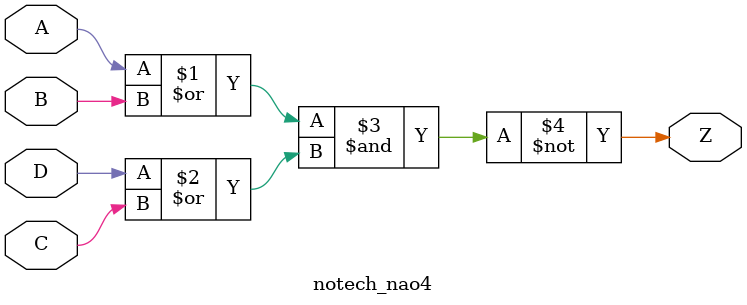
<source format=v>
module notech_nao4 (A,B,C,D,Z);
input A,B,C,D;
output Z;
assign Z=~((A|B)&(D|C));
endmodule

</source>
